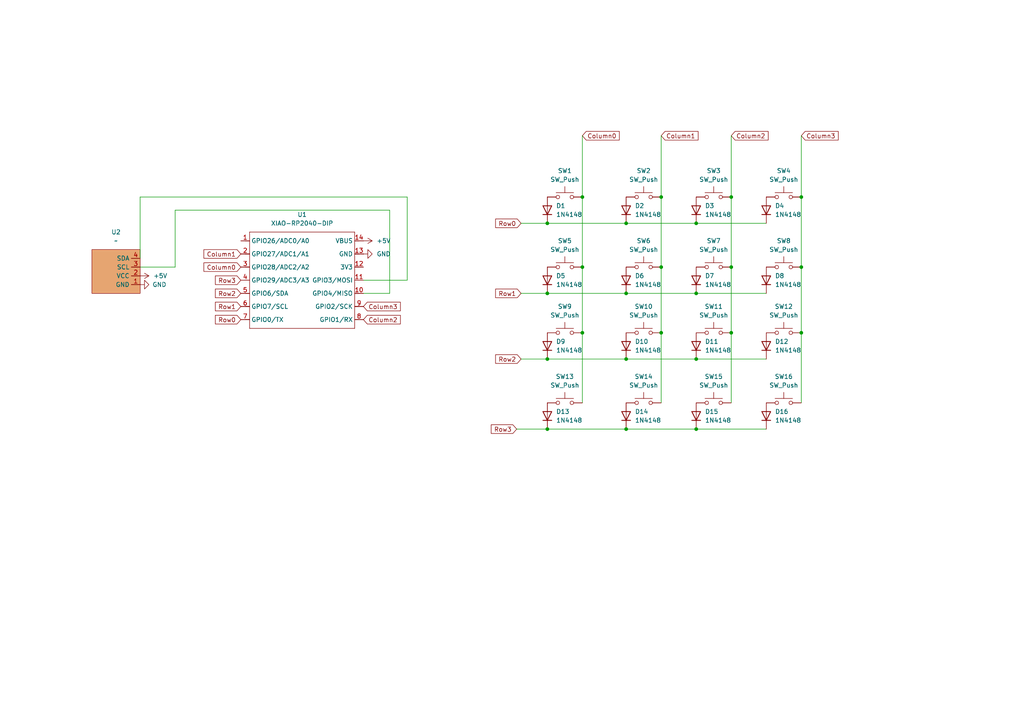
<source format=kicad_sch>
(kicad_sch (version 20250114) (generator "eeschema") (generator_version "9.0")
  (paper "A4")
  (lib_symbols
    (symbol "Diode:1N4148" (pin_numbers (hide yes)) (pin_names (hide yes))
      (property "Reference" "D" (at 0 2.54 0))
      (property "Value" "1N4148" (at 0 -2.54 0))
      (symbol "1N4148_0_1"
        (polyline (pts (xy -1.27 1.27) (xy -1.27 -1.27)) (stroke (width 0.254)))
        (polyline (pts (xy 1.27 1.27) (xy 1.27 -1.27) (xy -1.27 0) (xy 1.27 1.27)) (stroke (width 0.254)))
        (polyline (pts (xy 1.27 0) (xy -1.27 0)))
      )
      (symbol "1N4148_1_1"
        (pin passive line (at -3.81 0 0) (length 2.54) (name "K") (number "1"))
        (pin passive line (at 3.81 0 180) (length 2.54) (name "A") (number "2"))
      )
    )
    (symbol "OPL:XIAO-RP2040-DIP"
      (property "Reference" "U" (at 0 0 0))
      (property "Value" "XIAO-RP2040-DIP" (at 5.334 -1.778 0))
      (symbol "XIAO-RP2040-DIP_1_0"
        (polyline (pts (xy -1.27 -2.54) (xy 29.21 -2.54)) (stroke (width 0.1524)))
        (polyline (pts (xy -1.27 -5.08) (xy -2.54 -5.08)) (stroke (width 0.1524)))
        (polyline (pts (xy -1.27 -5.08) (xy -1.27 -2.54)) (stroke (width 0.1524)))
        (polyline (pts (xy -1.27 -8.89) (xy -2.54 -8.89)) (stroke (width 0.1524)))
        (polyline (pts (xy -1.27 -8.89) (xy -1.27 -5.08)) (stroke (width 0.1524)))
        (polyline (pts (xy -1.27 -12.7) (xy -2.54 -12.7)) (stroke (width 0.1524)))
        (polyline (pts (xy -1.27 -12.7) (xy -1.27 -8.89)) (stroke (width 0.1524)))
        (polyline (pts (xy -1.27 -16.51) (xy -2.54 -16.51)) (stroke (width 0.1524)))
        (polyline (pts (xy -1.27 -16.51) (xy -1.27 -12.7)) (stroke (width 0.1524)))
        (polyline (pts (xy -1.27 -20.32) (xy -2.54 -20.32)) (stroke (width 0.1524)))
        (polyline (pts (xy -1.27 -24.13) (xy -2.54 -24.13)) (stroke (width 0.1524)))
        (polyline (pts (xy -1.27 -27.94) (xy -2.54 -27.94)) (stroke (width 0.1524)))
        (polyline (pts (xy -1.27 -30.48) (xy -1.27 -16.51)) (stroke (width 0.1524)))
        (polyline (pts (xy 29.21 -2.54) (xy 29.21 -5.08)) (stroke (width 0.1524)))
        (polyline (pts (xy 29.21 -5.08) (xy 29.21 -8.89)) (stroke (width 0.1524)))
        (polyline (pts (xy 29.21 -8.89) (xy 29.21 -12.7)) (stroke (width 0.1524)))
        (polyline (pts (xy 29.21 -12.7) (xy 29.21 -30.48)) (stroke (width 0.1524)))
        (polyline (pts (xy 29.21 -30.48) (xy -1.27 -30.48)) (stroke (width 0.1524)))
        (polyline (pts (xy 30.48 -5.08) (xy 29.21 -5.08)) (stroke (width 0.1524)))
        (polyline (pts (xy 30.48 -8.89) (xy 29.21 -8.89)) (stroke (width 0.1524)))
        (polyline (pts (xy 30.48 -12.7) (xy 29.21 -12.7)) (stroke (width 0.1524)))
        (polyline (pts (xy 30.48 -16.51) (xy 29.21 -16.51)) (stroke (width 0.1524)))
        (polyline (pts (xy 30.48 -20.32) (xy 29.21 -20.32)) (stroke (width 0.1524)))
        (polyline (pts (xy 30.48 -24.13) (xy 29.21 -24.13)) (stroke (width 0.1524)))
        (polyline (pts (xy 30.48 -27.94) (xy 29.21 -27.94)) (stroke (width 0.1524)))
        (pin passive line (at -3.81 -5.08 0) (length 2.54) (name "GPIO26/ADC0/A0") (number "1"))
        (pin passive line (at -3.81 -8.89 0) (length 2.54) (name "GPIO27/ADC1/A1") (number "2"))
        (pin passive line (at -3.81 -12.7 0) (length 2.54) (name "GPIO28/ADC2/A2") (number "3"))
        (pin passive line (at -3.81 -16.51 0) (length 2.54) (name "GPIO29/ADC3/A3") (number "4"))
        (pin passive line (at -3.81 -20.32 0) (length 2.54) (name "GPIO6/SDA") (number "5"))
        (pin passive line (at -3.81 -24.13 0) (length 2.54) (name "GPIO7/SCL") (number "6"))
        (pin passive line (at -3.81 -27.94 0) (length 2.54) (name "GPIO0/TX") (number "7"))
        (pin passive line (at 31.75 -5.08 180) (length 2.54) (name "VBUS") (number "14"))
        (pin passive line (at 31.75 -8.89 180) (length 2.54) (name "GND") (number "13"))
        (pin passive line (at 31.75 -12.7 180) (length 2.54) (name "3V3") (number "12"))
        (pin passive line (at 31.75 -16.51 180) (length 2.54) (name "GPIO3/MOSI") (number "11"))
        (pin passive line (at 31.75 -20.32 180) (length 2.54) (name "GPIO4/MISO") (number "10"))
        (pin passive line (at 31.75 -24.13 180) (length 2.54) (name "GPIO2/SCK") (number "9"))
        (pin passive line (at 31.75 -27.94 180) (length 2.54) (name "GPIO1/RX") (number "8"))
      )
    )
    (symbol "Switch:SW_Push" (pin_numbers (hide yes)) (pin_names (offset 1.016) (hide yes))
      (property "Reference" "SW" (at 1.27 2.54 0))
      (property "Value" "SW_Push" (at 0 -1.524 0))
      (symbol "SW_Push_0_1"
        (circle (center -2.032 0) (radius 0.508))
        (polyline (pts (xy 0 1.27) (xy 0 3.048)))
        (circle (center 2.032 0) (radius 0.508))
        (polyline (pts (xy 2.54 1.27) (xy -2.54 1.27)))
        (pin passive line (at -5.08 0 0) (length 2.54) (name "1") (number "1"))
        (pin passive line (at 5.08 0 180) (length 2.54) (name "2") (number "2"))
      )
    )
    (symbol "oled:_1"
      (property "Reference" "U" (at 0 0 0))
      (symbol "_1_1_1"
        (rectangle (start 0 0) (end 13.97 -12.7) (fill (type color) (color 230 165 113 1)))
        (pin input line (at 13.97 -2.54 180) (length 2.54) (name "SDA") (number "4"))
        (pin input line (at 13.97 -5.08 180) (length 2.54) (name "SCL") (number "3"))
        (pin input line (at 13.97 -7.62 180) (length 2.54) (name "VCC") (number "2"))
        (pin input line (at 13.97 -10.16 180) (length 2.54) (name "GND") (number "1"))
      )
    )
    (symbol "power:+5V" (power) (pin_numbers (hide yes)) (pin_names (offset 0) (hide yes))
      (property "Value" "+5V" (at 0 3.556 0))
      (symbol "+5V_0_1"
        (polyline (pts (xy -0.762 1.27) (xy 0 2.54)))
        (polyline (pts (xy 0 2.54) (xy 0.762 1.27)))
        (polyline (pts (xy 0 0) (xy 0 2.54)))
      )
      (symbol "+5V_1_1"
        (pin power_in line (at 0 0 90) (length 0) (name "~") (number "1"))
      )
    )
    (symbol "power:GND" (power) (pin_numbers (hide yes)) (pin_names (offset 0) (hide yes))
      (property "Value" "GND" (at 0 -3.81 0))
      (symbol "GND_0_1"
        (polyline (pts (xy 0 0) (xy 0 -1.27) (xy 1.27 -1.27) (xy 0 -2.54) (xy -1.27 -1.27) (xy 0 -1.27)))
      )
      (symbol "GND_1_1"
        (pin power_in line (at 0 0 270) (length 0) (name "~") (number "1"))
      )
    )
  )
  (junction (at 212.09 77.47))
  (junction (at 181.61 85.09))
  (junction (at 181.61 64.77))
  (junction (at 181.61 124.46))
  (junction (at 191.77 96.52))
  (junction (at 158.75 124.46))
  (junction (at 232.41 57.15))
  (junction (at 168.91 57.15))
  (junction (at 201.93 124.46))
  (junction (at 168.91 96.52))
  (junction (at 158.75 64.77))
  (junction (at 232.41 77.47))
  (junction (at 191.77 57.15))
  (junction (at 212.09 96.52))
  (junction (at 201.93 64.77))
  (junction (at 201.93 104.14))
  (junction (at 191.77 77.47))
  (junction (at 181.61 104.14))
  (junction (at 168.91 77.47))
  (junction (at 158.75 104.14))
  (junction (at 201.93 85.09))
  (junction (at 212.09 57.15))
  (junction (at 232.41 96.52))
  (junction (at 158.75 85.09))
  (wire (pts (xy 191.77 39.37) (xy 191.77 57.15)))
  (wire (pts (xy 113.03 60.96) (xy 113.03 85.09)))
  (wire (pts (xy 50.8 77.47) (xy 50.8 60.96)))
  (wire (pts (xy 40.64 57.15) (xy 118.11 57.15)))
  (wire (pts (xy 201.93 64.77) (xy 222.25 64.77)))
  (wire (pts (xy 201.93 124.46) (xy 222.25 124.46)))
  (wire (pts (xy 212.09 96.52) (xy 212.09 116.84)))
  (wire (pts (xy 212.09 39.37) (xy 212.09 57.15)))
  (wire (pts (xy 181.61 64.77) (xy 201.93 64.77)))
  (wire (pts (xy 168.91 96.52) (xy 168.91 116.84)))
  (wire (pts (xy 149.86 124.46) (xy 158.75 124.46)))
  (wire (pts (xy 212.09 57.15) (xy 212.09 77.47)))
  (wire (pts (xy 151.13 85.09) (xy 158.75 85.09)))
  (wire (pts (xy 212.09 77.47) (xy 212.09 96.52)))
  (wire (pts (xy 113.03 85.09) (xy 105.41 85.09)))
  (wire (pts (xy 50.8 60.96) (xy 113.03 60.96)))
  (wire (pts (xy 40.64 77.47) (xy 50.8 77.47)))
  (wire (pts (xy 168.91 77.47) (xy 168.91 96.52)))
  (wire (pts (xy 118.11 57.15) (xy 118.11 81.28)))
  (wire (pts (xy 201.93 104.14) (xy 222.25 104.14)))
  (wire (pts (xy 40.64 74.93) (xy 40.64 57.15)))
  (wire (pts (xy 201.93 85.09) (xy 222.25 85.09)))
  (wire (pts (xy 151.13 64.77) (xy 158.75 64.77)))
  (wire (pts (xy 168.91 39.37) (xy 168.91 57.15)))
  (wire (pts (xy 181.61 85.09) (xy 201.93 85.09)))
  (wire (pts (xy 191.77 57.15) (xy 191.77 77.47)))
  (wire (pts (xy 151.13 104.14) (xy 158.75 104.14)))
  (wire (pts (xy 232.41 77.47) (xy 232.41 96.52)))
  (wire (pts (xy 158.75 85.09) (xy 181.61 85.09)))
  (wire (pts (xy 232.41 96.52) (xy 232.41 116.84)))
  (wire (pts (xy 158.75 64.77) (xy 181.61 64.77)))
  (wire (pts (xy 158.75 104.14) (xy 181.61 104.14)))
  (wire (pts (xy 118.11 81.28) (xy 105.41 81.28)))
  (wire (pts (xy 168.91 57.15) (xy 168.91 77.47)))
  (wire (pts (xy 191.77 96.52) (xy 191.77 116.84)))
  (wire (pts (xy 181.61 124.46) (xy 201.93 124.46)))
  (wire (pts (xy 158.75 124.46) (xy 181.61 124.46)))
  (wire (pts (xy 181.61 104.14) (xy 201.93 104.14)))
  (wire (pts (xy 191.77 77.47) (xy 191.77 96.52)))
  (wire (pts (xy 232.41 57.15) (xy 232.41 77.47)))
  (wire (pts (xy 232.41 39.37) (xy 232.41 57.15)))
  (global_label "Row0" (shape input) (at 69.85 92.71 180) (property "Intersheetrefs" "${INTERSHEET_REFS}" (effects (hide yes))))
  (global_label "Row1" (shape input) (at 69.85 88.9 180) (property "Intersheetrefs" "${INTERSHEET_REFS}" (effects (hide yes))))
  (global_label "Column3" (shape input) (at 232.41 39.37 0) (property "Intersheetrefs" "${INTERSHEET_REFS}" (effects (hide yes))))
  (global_label "Column1" (shape input) (at 69.85 73.66 180) (property "Intersheetrefs" "${INTERSHEET_REFS}" (effects (hide yes))))
  (global_label "Row0" (shape input) (at 151.13 64.77 180) (property "Intersheetrefs" "${INTERSHEET_REFS}" (effects (hide yes))))
  (global_label "Column0" (shape input) (at 168.91 39.37 0) (property "Intersheetrefs" "${INTERSHEET_REFS}" (effects (hide yes))))
  (global_label "Row2" (shape input) (at 69.85 85.09 180) (property "Intersheetrefs" "${INTERSHEET_REFS}" (effects (hide yes))))
  (global_label "Column0" (shape input) (at 69.85 77.47 180) (property "Intersheetrefs" "${INTERSHEET_REFS}" (effects (hide yes))))
  (global_label "Row2" (shape input) (at 151.13 104.14 180) (property "Intersheetrefs" "${INTERSHEET_REFS}" (effects (hide yes))))
  (global_label "Row1" (shape input) (at 151.13 85.09 180) (property "Intersheetrefs" "${INTERSHEET_REFS}" (effects (hide yes))))
  (global_label "Row3" (shape input) (at 149.86 124.46 180) (property "Intersheetrefs" "${INTERSHEET_REFS}" (effects (hide yes))))
  (global_label "Row3" (shape input) (at 69.85 81.28 180) (property "Intersheetrefs" "${INTERSHEET_REFS}" (effects (hide yes))))
  (global_label "Column3" (shape input) (at 105.41 88.9 0) (property "Intersheetrefs" "${INTERSHEET_REFS}" (effects (hide yes))))
  (global_label "Column2" (shape input) (at 105.41 92.71 0) (property "Intersheetrefs" "${INTERSHEET_REFS}" (effects (hide yes))))
  (global_label "Column2" (shape input) (at 212.09 39.37 0) (property "Intersheetrefs" "${INTERSHEET_REFS}" (effects (hide yes))))
  (global_label "Column1" (shape input) (at 191.77 39.37 0) (property "Intersheetrefs" "${INTERSHEET_REFS}" (effects (hide yes))))
  (symbol (lib_id "Diode:1N4148") (at 201.93 60.96 90) (unit 1)
    (property "Reference" "D3" (at 204.47 59.6899 90) (effects (justify right)))
    (property "Value" "1N4148" (at 204.47 62.2299 90) (effects (justify right)))
    (property "Footprint" "Diode_THT:D_DO-35_SOD27_P7.62mm_Horizontal" (effects (hide yes)))
    (property "Datasheet" "https://assets.nexperia.com/documents/data-sheet/1N4148_1N4448.pdf" (effects (hide yes)))
    (property "Description" "100V 0.15A standard switching diode, DO-35" (effects (hide yes)))
    (property "Sim.Device" "D" (effects (hide yes)))
    (property "Sim.Pins" "1=K 2=A" (effects (hide yes)))
  )
  (symbol (lib_id "Switch:SW_Push") (at 186.69 57.15 0) (unit 1)
    (property "Reference" "SW2" (at 186.69 49.53 0))
    (property "Value" "SW_Push" (at 186.69 52.07 0))
    (property "Footprint" "Button_Switch_Keyboard:SW_Cherry_MX_1.00u_PCB" (effects (hide yes)))
    (property "Description" "Push button switch, generic, two pins" (effects (hide yes)))
  )
  (symbol (lib_id "Switch:SW_Push") (at 163.83 116.84 0) (unit 1)
    (property "Reference" "SW13" (at 163.83 109.22 0))
    (property "Value" "SW_Push" (at 163.83 111.76 0))
    (property "Footprint" "Button_Switch_Keyboard:SW_Cherry_MX_1.00u_PCB" (effects (hide yes)))
    (property "Description" "Push button switch, generic, two pins" (effects (hide yes)))
  )
  (symbol (lib_id "Diode:1N4148") (at 201.93 81.28 90) (unit 1)
    (property "Reference" "D7" (at 204.47 80.0099 90) (effects (justify right)))
    (property "Value" "1N4148" (at 204.47 82.5499 90) (effects (justify right)))
    (property "Footprint" "Diode_THT:D_DO-35_SOD27_P7.62mm_Horizontal" (effects (hide yes)))
    (property "Datasheet" "https://assets.nexperia.com/documents/data-sheet/1N4148_1N4448.pdf" (effects (hide yes)))
    (property "Description" "100V 0.15A standard switching diode, DO-35" (effects (hide yes)))
    (property "Sim.Device" "D" (effects (hide yes)))
    (property "Sim.Pins" "1=K 2=A" (effects (hide yes)))
  )
  (symbol (lib_id "Diode:1N4148") (at 222.25 120.65 90) (unit 1)
    (property "Reference" "D16" (at 224.79 119.3799 90) (effects (justify right)))
    (property "Value" "1N4148" (at 224.79 121.9199 90) (effects (justify right)))
    (property "Footprint" "Diode_THT:D_DO-35_SOD27_P7.62mm_Horizontal" (effects (hide yes)))
    (property "Datasheet" "https://assets.nexperia.com/documents/data-sheet/1N4148_1N4448.pdf" (effects (hide yes)))
    (property "Description" "100V 0.15A standard switching diode, DO-35" (effects (hide yes)))
    (property "Sim.Device" "D" (effects (hide yes)))
    (property "Sim.Pins" "1=K 2=A" (effects (hide yes)))
  )
  (symbol (lib_id "Switch:SW_Push") (at 163.83 77.47 0) (unit 1)
    (property "Reference" "SW5" (at 163.83 69.85 0))
    (property "Value" "SW_Push" (at 163.83 72.39 0))
    (property "Footprint" "Button_Switch_Keyboard:SW_Cherry_MX_1.00u_PCB" (effects (hide yes)))
    (property "Description" "Push button switch, generic, two pins" (effects (hide yes)))
  )
  (symbol (lib_id "Diode:1N4148") (at 158.75 81.28 90) (unit 1)
    (property "Reference" "D5" (at 161.29 80.0099 90) (effects (justify right)))
    (property "Value" "1N4148" (at 161.29 82.5499 90) (effects (justify right)))
    (property "Footprint" "Diode_THT:D_DO-35_SOD27_P7.62mm_Horizontal" (effects (hide yes)))
    (property "Datasheet" "https://assets.nexperia.com/documents/data-sheet/1N4148_1N4448.pdf" (effects (hide yes)))
    (property "Description" "100V 0.15A standard switching diode, DO-35" (effects (hide yes)))
    (property "Sim.Device" "D" (effects (hide yes)))
    (property "Sim.Pins" "1=K 2=A" (effects (hide yes)))
  )
  (symbol (lib_id "Switch:SW_Push") (at 186.69 116.84 0) (unit 1)
    (property "Reference" "SW14" (at 186.69 109.22 0))
    (property "Value" "SW_Push" (at 186.69 111.76 0))
    (property "Footprint" "Button_Switch_Keyboard:SW_Cherry_MX_1.00u_PCB" (effects (hide yes)))
    (property "Description" "Push button switch, generic, two pins" (effects (hide yes)))
  )
  (symbol (lib_id "oled:_1") (at 26.67 72.39 0) (unit 1)
    (property "Reference" "U2" (at 33.655 67.31 0))
    (property "Value" "~" (at 33.655 69.85 0))
    (property "Footprint" "oled:SSD1306-0.91-OLED-4pin-128x32" (effects (hide yes)))
  )
  (symbol (lib_id "Diode:1N4148") (at 222.25 60.96 90) (unit 1)
    (property "Reference" "D4" (at 224.79 59.6899 90) (effects (justify right)))
    (property "Value" "1N4148" (at 224.79 62.2299 90) (effects (justify right)))
    (property "Footprint" "Diode_THT:D_DO-35_SOD27_P7.62mm_Horizontal" (effects (hide yes)))
    (property "Datasheet" "https://assets.nexperia.com/documents/data-sheet/1N4148_1N4448.pdf" (effects (hide yes)))
    (property "Description" "100V 0.15A standard switching diode, DO-35" (effects (hide yes)))
    (property "Sim.Device" "D" (effects (hide yes)))
    (property "Sim.Pins" "1=K 2=A" (effects (hide yes)))
  )
  (symbol (lib_id "Switch:SW_Push") (at 227.33 116.84 0) (unit 1)
    (property "Reference" "SW16" (at 227.33 109.22 0))
    (property "Value" "SW_Push" (at 227.33 111.76 0))
    (property "Footprint" "Button_Switch_Keyboard:SW_Cherry_MX_1.00u_PCB" (effects (hide yes)))
    (property "Description" "Push button switch, generic, two pins" (effects (hide yes)))
  )
  (symbol (lib_id "Diode:1N4148") (at 158.75 120.65 90) (unit 1)
    (property "Reference" "D13" (at 161.29 119.3799 90) (effects (justify right)))
    (property "Value" "1N4148" (at 161.29 121.9199 90) (effects (justify right)))
    (property "Footprint" "Diode_THT:D_DO-35_SOD27_P7.62mm_Horizontal" (effects (hide yes)))
    (property "Datasheet" "https://assets.nexperia.com/documents/data-sheet/1N4148_1N4448.pdf" (effects (hide yes)))
    (property "Description" "100V 0.15A standard switching diode, DO-35" (effects (hide yes)))
    (property "Sim.Device" "D" (effects (hide yes)))
    (property "Sim.Pins" "1=K 2=A" (effects (hide yes)))
  )
  (symbol (lib_id "Diode:1N4148") (at 158.75 100.33 90) (unit 1)
    (property "Reference" "D9" (at 161.29 99.0599 90) (effects (justify right)))
    (property "Value" "1N4148" (at 161.29 101.5999 90) (effects (justify right)))
    (property "Footprint" "Diode_THT:D_DO-35_SOD27_P7.62mm_Horizontal" (effects (hide yes)))
    (property "Datasheet" "https://assets.nexperia.com/documents/data-sheet/1N4148_1N4448.pdf" (effects (hide yes)))
    (property "Description" "100V 0.15A standard switching diode, DO-35" (effects (hide yes)))
    (property "Sim.Device" "D" (effects (hide yes)))
    (property "Sim.Pins" "1=K 2=A" (effects (hide yes)))
  )
  (symbol (lib_id "Diode:1N4148") (at 201.93 120.65 90) (unit 1)
    (property "Reference" "D15" (at 204.47 119.3799 90) (effects (justify right)))
    (property "Value" "1N4148" (at 204.47 121.9199 90) (effects (justify right)))
    (property "Footprint" "Diode_THT:D_DO-35_SOD27_P7.62mm_Horizontal" (effects (hide yes)))
    (property "Datasheet" "https://assets.nexperia.com/documents/data-sheet/1N4148_1N4448.pdf" (effects (hide yes)))
    (property "Description" "100V 0.15A standard switching diode, DO-35" (effects (hide yes)))
    (property "Sim.Device" "D" (effects (hide yes)))
    (property "Sim.Pins" "1=K 2=A" (effects (hide yes)))
  )
  (symbol (lib_id "Diode:1N4148") (at 222.25 81.28 90) (unit 1)
    (property "Reference" "D8" (at 224.79 80.0099 90) (effects (justify right)))
    (property "Value" "1N4148" (at 224.79 82.5499 90) (effects (justify right)))
    (property "Footprint" "Diode_THT:D_DO-35_SOD27_P7.62mm_Horizontal" (effects (hide yes)))
    (property "Datasheet" "https://assets.nexperia.com/documents/data-sheet/1N4148_1N4448.pdf" (effects (hide yes)))
    (property "Description" "100V 0.15A standard switching diode, DO-35" (effects (hide yes)))
    (property "Sim.Device" "D" (effects (hide yes)))
    (property "Sim.Pins" "1=K 2=A" (effects (hide yes)))
  )
  (symbol (lib_id "Switch:SW_Push") (at 163.83 57.15 0) (unit 1)
    (property "Reference" "SW1" (at 163.83 49.53 0))
    (property "Value" "SW_Push" (at 163.83 52.07 0))
    (property "Footprint" "Button_Switch_Keyboard:SW_Cherry_MX_1.00u_PCB" (effects (hide yes)))
    (property "Description" "Push button switch, generic, two pins" (effects (hide yes)))
  )
  (symbol (lib_id "OPL:XIAO-RP2040-DIP") (at 73.66 64.77 0) (unit 1)
    (property "Reference" "U1" (at 87.63 62.23 0))
    (property "Value" "XIAO-RP2040-DIP" (at 87.63 64.77 0))
    (property "Footprint" "OPL:XIAO-RP2040-DIP" (effects (hide yes)))
  )
  (symbol (lib_id "Switch:SW_Push") (at 207.01 116.84 0) (unit 1)
    (property "Reference" "SW15" (at 207.01 109.22 0))
    (property "Value" "SW_Push" (at 207.01 111.76 0))
    (property "Footprint" "Button_Switch_Keyboard:SW_Cherry_MX_1.00u_PCB" (effects (hide yes)))
    (property "Description" "Push button switch, generic, two pins" (effects (hide yes)))
  )
  (symbol (lib_id "Switch:SW_Push") (at 186.69 96.52 0) (unit 1)
    (property "Reference" "SW10" (at 186.69 88.9 0))
    (property "Value" "SW_Push" (at 186.69 91.44 0))
    (property "Footprint" "Button_Switch_Keyboard:SW_Cherry_MX_1.00u_PCB" (effects (hide yes)))
    (property "Description" "Push button switch, generic, two pins" (effects (hide yes)))
  )
  (symbol (lib_id "Switch:SW_Push") (at 207.01 96.52 0) (unit 1)
    (property "Reference" "SW11" (at 207.01 88.9 0))
    (property "Value" "SW_Push" (at 207.01 91.44 0))
    (property "Footprint" "Button_Switch_Keyboard:SW_Cherry_MX_1.00u_PCB" (effects (hide yes)))
    (property "Description" "Push button switch, generic, two pins" (effects (hide yes)))
  )
  (symbol (lib_id "power:GND") (at 40.64 82.55 90) (unit 1)
    (property "Reference" "#PWR03" (effects (hide yes)))
    (property "Value" "GND" (at 44.196 82.55 90) (effects (justify right)))
    (property "Description" "Power symbol creates a global label with name \"GND\" , ground" (effects (hide yes)))
  )
  (symbol (lib_id "Diode:1N4148") (at 181.61 81.28 90) (unit 1)
    (property "Reference" "D6" (at 184.15 80.0099 90) (effects (justify right)))
    (property "Value" "1N4148" (at 184.15 82.5499 90) (effects (justify right)))
    (property "Footprint" "Diode_THT:D_DO-35_SOD27_P7.62mm_Horizontal" (effects (hide yes)))
    (property "Datasheet" "https://assets.nexperia.com/documents/data-sheet/1N4148_1N4448.pdf" (effects (hide yes)))
    (property "Description" "100V 0.15A standard switching diode, DO-35" (effects (hide yes)))
    (property "Sim.Device" "D" (effects (hide yes)))
    (property "Sim.Pins" "1=K 2=A" (effects (hide yes)))
  )
  (symbol (lib_id "power:GND") (at 105.41 73.66 90) (unit 1)
    (property "Reference" "#PWR02" (effects (hide yes)))
    (property "Value" "GND" (at 109.22 73.6599 90) (effects (justify right)))
    (property "Description" "Power symbol creates a global label with name \"GND\" , ground" (effects (hide yes)))
  )
  (symbol (lib_id "power:+5V") (at 40.64 80.01 270) (unit 1)
    (property "Reference" "#PWR04" (effects (hide yes)))
    (property "Value" "+5V" (at 44.45 80.0099 90) (effects (justify left)))
    (property "Description" "Power symbol creates a global label with name \"+5V\"" (effects (hide yes)))
  )
  (symbol (lib_id "Switch:SW_Push") (at 227.33 77.47 0) (unit 1)
    (property "Reference" "SW8" (at 227.33 69.85 0))
    (property "Value" "SW_Push" (at 227.33 72.39 0))
    (property "Footprint" "Button_Switch_Keyboard:SW_Cherry_MX_1.00u_PCB" (effects (hide yes)))
    (property "Description" "Push button switch, generic, two pins" (effects (hide yes)))
  )
  (symbol (lib_id "Diode:1N4148") (at 181.61 120.65 90) (unit 1)
    (property "Reference" "D14" (at 184.15 119.3799 90) (effects (justify right)))
    (property "Value" "1N4148" (at 184.15 121.9199 90) (effects (justify right)))
    (property "Footprint" "Diode_THT:D_DO-35_SOD27_P7.62mm_Horizontal" (effects (hide yes)))
    (property "Datasheet" "https://assets.nexperia.com/documents/data-sheet/1N4148_1N4448.pdf" (effects (hide yes)))
    (property "Description" "100V 0.15A standard switching diode, DO-35" (effects (hide yes)))
    (property "Sim.Device" "D" (effects (hide yes)))
    (property "Sim.Pins" "1=K 2=A" (effects (hide yes)))
  )
  (symbol (lib_id "Diode:1N4148") (at 181.61 100.33 90) (unit 1)
    (property "Reference" "D10" (at 184.15 99.0599 90) (effects (justify right)))
    (property "Value" "1N4148" (at 184.15 101.5999 90) (effects (justify right)))
    (property "Footprint" "Diode_THT:D_DO-35_SOD27_P7.62mm_Horizontal" (effects (hide yes)))
    (property "Datasheet" "https://assets.nexperia.com/documents/data-sheet/1N4148_1N4448.pdf" (effects (hide yes)))
    (property "Description" "100V 0.15A standard switching diode, DO-35" (effects (hide yes)))
    (property "Sim.Device" "D" (effects (hide yes)))
    (property "Sim.Pins" "1=K 2=A" (effects (hide yes)))
  )
  (symbol (lib_id "Diode:1N4148") (at 181.61 60.96 90) (unit 1)
    (property "Reference" "D2" (at 184.15 59.6899 90) (effects (justify right)))
    (property "Value" "1N4148" (at 184.15 62.2299 90) (effects (justify right)))
    (property "Footprint" "Diode_THT:D_DO-35_SOD27_P7.62mm_Horizontal" (effects (hide yes)))
    (property "Datasheet" "https://assets.nexperia.com/documents/data-sheet/1N4148_1N4448.pdf" (effects (hide yes)))
    (property "Description" "100V 0.15A standard switching diode, DO-35" (effects (hide yes)))
    (property "Sim.Device" "D" (effects (hide yes)))
    (property "Sim.Pins" "1=K 2=A" (effects (hide yes)))
  )
  (symbol (lib_id "Switch:SW_Push") (at 163.83 96.52 0) (unit 1)
    (property "Reference" "SW9" (at 163.83 88.9 0))
    (property "Value" "SW_Push" (at 163.83 91.44 0))
    (property "Footprint" "Button_Switch_Keyboard:SW_Cherry_MX_1.00u_PCB" (effects (hide yes)))
    (property "Description" "Push button switch, generic, two pins" (effects (hide yes)))
  )
  (symbol (lib_id "Switch:SW_Push") (at 207.01 57.15 0) (unit 1)
    (property "Reference" "SW3" (at 207.01 49.53 0))
    (property "Value" "SW_Push" (at 207.01 52.07 0))
    (property "Footprint" "Button_Switch_Keyboard:SW_Cherry_MX_1.00u_PCB" (effects (hide yes)))
    (property "Description" "Push button switch, generic, two pins" (effects (hide yes)))
  )
  (symbol (lib_id "Switch:SW_Push") (at 207.01 77.47 0) (unit 1)
    (property "Reference" "SW7" (at 207.01 69.85 0))
    (property "Value" "SW_Push" (at 207.01 72.39 0))
    (property "Footprint" "Button_Switch_Keyboard:SW_Cherry_MX_1.00u_PCB" (effects (hide yes)))
    (property "Description" "Push button switch, generic, two pins" (effects (hide yes)))
  )
  (symbol (lib_id "Diode:1N4148") (at 201.93 100.33 90) (unit 1)
    (property "Reference" "D11" (at 204.47 99.0599 90) (effects (justify right)))
    (property "Value" "1N4148" (at 204.47 101.5999 90) (effects (justify right)))
    (property "Footprint" "Diode_THT:D_DO-35_SOD27_P7.62mm_Horizontal" (effects (hide yes)))
    (property "Datasheet" "https://assets.nexperia.com/documents/data-sheet/1N4148_1N4448.pdf" (effects (hide yes)))
    (property "Description" "100V 0.15A standard switching diode, DO-35" (effects (hide yes)))
    (property "Sim.Device" "D" (effects (hide yes)))
    (property "Sim.Pins" "1=K 2=A" (effects (hide yes)))
  )
  (symbol (lib_id "Diode:1N4148") (at 222.25 100.33 90) (unit 1)
    (property "Reference" "D12" (at 224.79 99.0599 90) (effects (justify right)))
    (property "Value" "1N4148" (at 224.79 101.5999 90) (effects (justify right)))
    (property "Footprint" "Diode_THT:D_DO-35_SOD27_P7.62mm_Horizontal" (effects (hide yes)))
    (property "Datasheet" "https://assets.nexperia.com/documents/data-sheet/1N4148_1N4448.pdf" (effects (hide yes)))
    (property "Description" "100V 0.15A standard switching diode, DO-35" (effects (hide yes)))
    (property "Sim.Device" "D" (effects (hide yes)))
    (property "Sim.Pins" "1=K 2=A" (effects (hide yes)))
  )
  (symbol (lib_id "power:+5V") (at 105.41 69.85 270) (unit 1)
    (property "Reference" "#PWR01" (effects (hide yes)))
    (property "Value" "+5V" (at 109.22 69.8499 90) (effects (justify left)))
    (property "Description" "Power symbol creates a global label with name \"+5V\"" (effects (hide yes)))
  )
  (symbol (lib_id "Switch:SW_Push") (at 227.33 57.15 0) (unit 1)
    (property "Reference" "SW4" (at 227.33 49.53 0))
    (property "Value" "SW_Push" (at 227.33 52.07 0))
    (property "Footprint" "Button_Switch_Keyboard:SW_Cherry_MX_1.00u_PCB" (effects (hide yes)))
    (property "Description" "Push button switch, generic, two pins" (effects (hide yes)))
  )
  (symbol (lib_id "Diode:1N4148") (at 158.75 60.96 90) (unit 1)
    (property "Reference" "D1" (at 161.29 59.6899 90) (effects (justify right)))
    (property "Value" "1N4148" (at 161.29 62.2299 90) (effects (justify right)))
    (property "Footprint" "Diode_THT:D_DO-35_SOD27_P7.62mm_Horizontal" (effects (hide yes)))
    (property "Datasheet" "https://assets.nexperia.com/documents/data-sheet/1N4148_1N4448.pdf" (effects (hide yes)))
    (property "Description" "100V 0.15A standard switching diode, DO-35" (effects (hide yes)))
    (property "Sim.Device" "D" (effects (hide yes)))
    (property "Sim.Pins" "1=K 2=A" (effects (hide yes)))
  )
  (symbol (lib_id "Switch:SW_Push") (at 227.33 96.52 0) (unit 1)
    (property "Reference" "SW12" (at 227.33 88.9 0))
    (property "Value" "SW_Push" (at 227.33 91.44 0))
    (property "Footprint" "Button_Switch_Keyboard:SW_Cherry_MX_1.00u_PCB" (effects (hide yes)))
    (property "Description" "Push button switch, generic, two pins" (effects (hide yes)))
  )
  (symbol (lib_id "Switch:SW_Push") (at 186.69 77.47 0) (unit 1)
    (property "Reference" "SW6" (at 186.69 69.85 0))
    (property "Value" "SW_Push" (at 186.69 72.39 0))
    (property "Footprint" "Button_Switch_Keyboard:SW_Cherry_MX_1.00u_PCB" (effects (hide yes)))
    (property "Description" "Push button switch, generic, two pins" (effects (hide yes)))
  )
)
</source>
